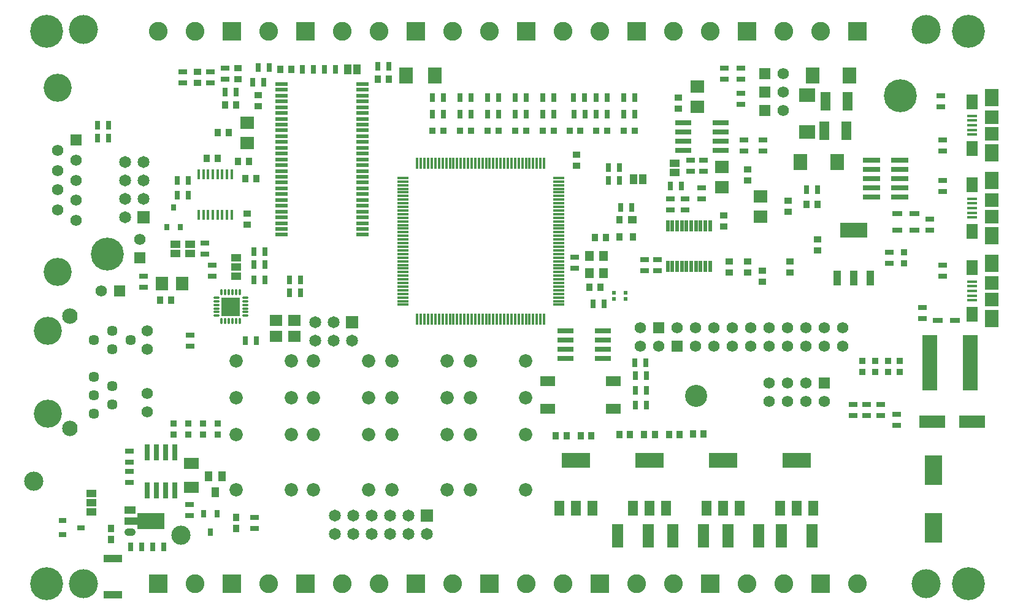
<source format=gts>
G04 (created by PCBNEW (2013-07-07 BZR 4022)-stable) date 29/09/2014 14:49:07*
%MOIN*%
G04 Gerber Fmt 3.4, Leading zero omitted, Abs format*
%FSLAX34Y34*%
G01*
G70*
G90*
G04 APERTURE LIST*
%ADD10C,0.00590551*%
%ADD11R,0.1004X0.1004*%
%ADD12O,0.0118X0.0335*%
%ADD13O,0.0335X0.0118*%
%ADD14R,0.017X0.052*%
%ADD15R,0.0185X0.0599*%
%ADD16R,0.065X0.019*%
%ADD17R,0.0197165X0.0197165*%
%ADD18R,0.0257X0.0375*%
%ADD19R,0.146X0.082*%
%ADD20R,0.042X0.082*%
%ADD21R,0.0492X0.0414*%
%ADD22R,0.0335X0.0414*%
%ADD23R,0.0551X0.0276*%
%ADD24R,0.052X0.102*%
%ADD25R,0.047X0.027*%
%ADD26R,0.027X0.047*%
%ADD27R,0.0846772X0.0571181*%
%ADD28R,0.065X0.065*%
%ADD29C,0.065*%
%ADD30R,0.062X0.062*%
%ADD31C,0.062*%
%ADD32R,0.0611X0.012*%
%ADD33R,0.012X0.0611*%
%ADD34R,0.0334X0.0334*%
%ADD35R,0.052X0.04*%
%ADD36R,0.04X0.052*%
%ADD37C,0.0728*%
%ADD38R,0.0492441X0.0571181*%
%ADD39R,0.0729X0.0886*%
%ADD40R,0.0374X0.0414*%
%ADD41R,0.0414X0.0374*%
%ADD42R,0.102X0.102*%
%ADD43C,0.102*%
%ADD44C,0.104362*%
%ADD45R,0.0689291X0.0610551*%
%ADD46R,0.0886X0.0256*%
%ADD47R,0.1437X0.065*%
%ADD48R,0.0414X0.0296*%
%ADD49R,0.0296X0.0414*%
%ADD50R,0.0335X0.04*%
%ADD51R,0.0256X0.0886*%
%ADD52R,0.061X0.0413*%
%ADD53R,0.0807X0.0413*%
%ADD54R,0.1476X0.0886*%
%ADD55O,0.061X0.0413*%
%ADD56R,0.0413X0.0571*%
%ADD57R,0.100425X0.0413701*%
%ADD58C,0.179165*%
%ADD59R,0.0964882X0.0315276*%
%ADD60R,0.0964882X0.0311339*%
%ADD61C,0.15748*%
%ADD62R,0.0551X0.0177*%
%ADD63R,0.0611X0.0847*%
%ADD64R,0.0768X0.0965*%
%ADD65R,0.0768X0.0729*%
%ADD66C,0.152*%
%ADD67R,0.0807X0.3012*%
%ADD68C,0.12011*%
%ADD69R,0.073X0.065*%
%ADD70R,0.065X0.073*%
%ADD71R,0.0610551X0.127984*%
%ADD72R,0.0965X0.1595*%
%ADD73R,0.0728X0.0886*%
%ADD74R,0.0886X0.0728*%
%ADD75R,0.082X0.062*%
%ADD76C,0.057*%
%ADD77C,0.084*%
%ADD78R,0.152X0.082*%
%ADD79R,0.057X0.082*%
G04 APERTURE END LIST*
G54D10*
G54D11*
X18237Y-22350D03*
G54D12*
X17745Y-23137D03*
X17942Y-23137D03*
X18139Y-23137D03*
X18335Y-23137D03*
X18532Y-23137D03*
X18729Y-23137D03*
G54D13*
X19024Y-22842D03*
X19024Y-22645D03*
X19024Y-22448D03*
X19024Y-22252D03*
X19024Y-22055D03*
X19024Y-21858D03*
G54D12*
X18729Y-21563D03*
X18532Y-21563D03*
X18335Y-21563D03*
X18139Y-21563D03*
X17942Y-21563D03*
X17745Y-21563D03*
G54D13*
X17450Y-21858D03*
X17450Y-22055D03*
X17450Y-22252D03*
X17450Y-22448D03*
X17450Y-22645D03*
X17450Y-22842D03*
G54D14*
X18283Y-15148D03*
X18027Y-15148D03*
X17771Y-15148D03*
X17515Y-15148D03*
X17259Y-15148D03*
X17003Y-15148D03*
X16747Y-15148D03*
X16491Y-15148D03*
X16491Y-17352D03*
X16747Y-17352D03*
X17003Y-17352D03*
X17259Y-17352D03*
X17515Y-17352D03*
X17771Y-17352D03*
X18027Y-17352D03*
X18283Y-17352D03*
G54D15*
X43265Y-17948D03*
X43009Y-17948D03*
X42753Y-17948D03*
X42497Y-17948D03*
X44029Y-20150D03*
X44033Y-17948D03*
X43777Y-17948D03*
X43521Y-17948D03*
X42241Y-20152D03*
X42497Y-20152D03*
X42753Y-20152D03*
X43009Y-20152D03*
X43265Y-20152D03*
X43521Y-20152D03*
X42241Y-17948D03*
X43777Y-20150D03*
X44289Y-17948D03*
X41985Y-17948D03*
X41985Y-20152D03*
X44289Y-20152D03*
G54D16*
X20982Y-10257D03*
X20982Y-10572D03*
X20982Y-10887D03*
X20982Y-11202D03*
X20982Y-11517D03*
X20982Y-11832D03*
X20982Y-12147D03*
X20982Y-12462D03*
X20982Y-12777D03*
X20982Y-13092D03*
X20982Y-13407D03*
X20982Y-13722D03*
X20982Y-14037D03*
X20982Y-14350D03*
X20982Y-14665D03*
X20982Y-14980D03*
X20982Y-15295D03*
X20982Y-15610D03*
X20982Y-15925D03*
X20982Y-16240D03*
X20982Y-16555D03*
X20982Y-16870D03*
X20982Y-17185D03*
X20982Y-17500D03*
X20982Y-17815D03*
X20982Y-18130D03*
X20982Y-18445D03*
X25390Y-18445D03*
X25390Y-18130D03*
X25390Y-17815D03*
X25390Y-17500D03*
X25390Y-17185D03*
X25390Y-16870D03*
X25390Y-16555D03*
X25390Y-16240D03*
X25390Y-15925D03*
X25390Y-15610D03*
X25390Y-15295D03*
X25390Y-14980D03*
X25390Y-14665D03*
X25390Y-14350D03*
X25390Y-14037D03*
X25390Y-13722D03*
X25390Y-13407D03*
X25390Y-13092D03*
X25390Y-12777D03*
X25390Y-12462D03*
X25390Y-12147D03*
X25390Y-11832D03*
X25390Y-11517D03*
X25390Y-11202D03*
X25390Y-10887D03*
X25390Y-10572D03*
X25390Y-10257D03*
G54D17*
X39687Y-21600D03*
X39057Y-21600D03*
X39057Y-21934D03*
X39687Y-21934D03*
G54D18*
X14764Y-18032D03*
X15512Y-18032D03*
X15137Y-16970D03*
G54D19*
X52087Y-18200D03*
G54D20*
X52087Y-20800D03*
X52987Y-20800D03*
X51187Y-20800D03*
G54D21*
X40052Y-17628D03*
G54D22*
X39363Y-18572D03*
X39363Y-17628D03*
X40111Y-18572D03*
G54D23*
X57609Y-23100D03*
X56665Y-23100D03*
X55409Y-18200D03*
X54465Y-18200D03*
X55409Y-17300D03*
X54465Y-17300D03*
G54D24*
X50500Y-12800D03*
X51700Y-12800D03*
X50550Y-11200D03*
X51750Y-11200D03*
G54D25*
X45950Y-10750D03*
X45950Y-11350D03*
G54D26*
X22037Y-20900D03*
X21437Y-20900D03*
G54D25*
X45050Y-10000D03*
X45050Y-9400D03*
G54D26*
X19637Y-24200D03*
X19037Y-24200D03*
G54D25*
X46137Y-13900D03*
X46137Y-13300D03*
X53550Y-27650D03*
X53550Y-28250D03*
G54D26*
X20087Y-20900D03*
X19487Y-20900D03*
G54D25*
X45950Y-10000D03*
X45950Y-9400D03*
X47150Y-13900D03*
X47150Y-13300D03*
G54D26*
X29200Y-11900D03*
X29800Y-11900D03*
G54D25*
X43937Y-15000D03*
X43937Y-14400D03*
X52050Y-27650D03*
X52050Y-28250D03*
X13500Y-21300D03*
X13500Y-20700D03*
X54437Y-28200D03*
X54437Y-28800D03*
X43237Y-14400D03*
X43237Y-15000D03*
G54D26*
X42137Y-15800D03*
X42737Y-15800D03*
G54D25*
X52800Y-27650D03*
X52800Y-28250D03*
X16837Y-18900D03*
X16837Y-19500D03*
G54D26*
X40237Y-27700D03*
X40837Y-27700D03*
X40200Y-25400D03*
X40800Y-25400D03*
X40237Y-26900D03*
X40837Y-26900D03*
X40237Y-26100D03*
X40837Y-26100D03*
G54D25*
X17937Y-10000D03*
X17937Y-9400D03*
G54D26*
X38750Y-14800D03*
X39350Y-14800D03*
G54D25*
X42137Y-16500D03*
X42137Y-17100D03*
X42937Y-16500D03*
X42937Y-17100D03*
X40737Y-19800D03*
X40737Y-20400D03*
X41437Y-19800D03*
X41437Y-20400D03*
X54037Y-20000D03*
X54037Y-19400D03*
G54D26*
X22037Y-21600D03*
X21437Y-21600D03*
G54D25*
X36937Y-19650D03*
X36937Y-20250D03*
G54D26*
X39437Y-16950D03*
X40037Y-16950D03*
X38750Y-15500D03*
X39350Y-15500D03*
X38537Y-22200D03*
X37937Y-22200D03*
G54D25*
X15637Y-9600D03*
X15637Y-10200D03*
G54D26*
X18537Y-10700D03*
X17937Y-10700D03*
X23337Y-9450D03*
X23937Y-9450D03*
G54D25*
X16037Y-23900D03*
X16037Y-24500D03*
G54D26*
X20087Y-19350D03*
X19487Y-19350D03*
G54D25*
X17237Y-20100D03*
X17237Y-20700D03*
G54D26*
X20087Y-20050D03*
X19487Y-20050D03*
X19737Y-9350D03*
X20337Y-9350D03*
G54D25*
X56937Y-16100D03*
X56937Y-15500D03*
X56237Y-17600D03*
X56237Y-18200D03*
X17137Y-9600D03*
X17137Y-10200D03*
G54D26*
X26837Y-9300D03*
X26237Y-9300D03*
G54D25*
X56937Y-20700D03*
X56937Y-20100D03*
G54D26*
X11600Y-12500D03*
X11000Y-12500D03*
X15937Y-15500D03*
X15337Y-15500D03*
G54D25*
X55837Y-22400D03*
X55837Y-23000D03*
G54D26*
X11600Y-13200D03*
X11000Y-13200D03*
X15937Y-16300D03*
X15337Y-16300D03*
G54D25*
X56937Y-13300D03*
X56937Y-13900D03*
G54D26*
X49537Y-16000D03*
X50137Y-16000D03*
G54D25*
X56837Y-10900D03*
X56837Y-11500D03*
G54D26*
X20037Y-10150D03*
X19437Y-10150D03*
G54D25*
X43837Y-15900D03*
X43837Y-16500D03*
G54D26*
X22737Y-9450D03*
X22137Y-9450D03*
G54D27*
X39037Y-26400D03*
X39037Y-27896D03*
X35454Y-27896D03*
X35454Y-26400D03*
G54D28*
X28887Y-33700D03*
G54D29*
X28887Y-34700D03*
X27887Y-33700D03*
X27887Y-34700D03*
X26887Y-33700D03*
X26887Y-34700D03*
X25887Y-33700D03*
X25887Y-34700D03*
X24887Y-33700D03*
X24887Y-34700D03*
X23887Y-33700D03*
X23887Y-34700D03*
G54D30*
X50500Y-26500D03*
G54D31*
X50500Y-27500D03*
X49500Y-26500D03*
X49500Y-27500D03*
X48500Y-26500D03*
X48500Y-27500D03*
X47500Y-26500D03*
X47500Y-27500D03*
G54D28*
X24837Y-23200D03*
G54D29*
X24837Y-24200D03*
X23837Y-23200D03*
X23837Y-24200D03*
X22837Y-23200D03*
X22837Y-24200D03*
G54D30*
X41500Y-23500D03*
G54D31*
X41500Y-24500D03*
X40500Y-23500D03*
X40500Y-24500D03*
G54D32*
X36053Y-22244D03*
X36053Y-22048D03*
X36053Y-21851D03*
X36053Y-21654D03*
X36053Y-21457D03*
X36053Y-21260D03*
X36053Y-21063D03*
X36053Y-20866D03*
X36053Y-20670D03*
X36053Y-20473D03*
X36053Y-20276D03*
X36053Y-20079D03*
X36053Y-19882D03*
X36053Y-19685D03*
X36053Y-19488D03*
X36053Y-19292D03*
X36053Y-19095D03*
X36053Y-18898D03*
X36053Y-18702D03*
X36053Y-18505D03*
X36053Y-18308D03*
X36053Y-18112D03*
X36053Y-17915D03*
X36053Y-17718D03*
X36053Y-17521D03*
X36053Y-17324D03*
X36053Y-17127D03*
X36053Y-16930D03*
X36053Y-16734D03*
X36053Y-16537D03*
X36053Y-16340D03*
X36053Y-16143D03*
X36053Y-15946D03*
X36053Y-15749D03*
X36053Y-15552D03*
X36053Y-15356D03*
G54D33*
X35265Y-14568D03*
X35069Y-14568D03*
X34872Y-14568D03*
X34675Y-14568D03*
X34478Y-14568D03*
X34281Y-14568D03*
X34084Y-14568D03*
X33887Y-14568D03*
X33691Y-14568D03*
X33494Y-14568D03*
X33297Y-14568D03*
X33100Y-14568D03*
X32903Y-14568D03*
X32706Y-14568D03*
X32509Y-14568D03*
X32313Y-14568D03*
X32116Y-14568D03*
X31919Y-14568D03*
X31723Y-14568D03*
X31526Y-14568D03*
X31329Y-14568D03*
X31133Y-14568D03*
X30936Y-14568D03*
X30739Y-14568D03*
X30542Y-14568D03*
X30345Y-14568D03*
X30148Y-14568D03*
X29951Y-14568D03*
X29755Y-14568D03*
X29558Y-14568D03*
X29361Y-14568D03*
X29164Y-14568D03*
X28967Y-14568D03*
X28770Y-14568D03*
X28573Y-14568D03*
X28377Y-14568D03*
G54D32*
X27589Y-15356D03*
X27589Y-15552D03*
X27589Y-15749D03*
X27589Y-15946D03*
X27589Y-16143D03*
X27589Y-16340D03*
X27589Y-16537D03*
X27589Y-16734D03*
X27589Y-16930D03*
X27589Y-17127D03*
X27589Y-17324D03*
X27589Y-17521D03*
X27589Y-17718D03*
X27589Y-17915D03*
X27589Y-18112D03*
X27589Y-18308D03*
X27589Y-18505D03*
X27589Y-18702D03*
X27589Y-18898D03*
X27589Y-19095D03*
X27589Y-19292D03*
X27589Y-19488D03*
X27589Y-19685D03*
X27589Y-19882D03*
X27589Y-20079D03*
X27589Y-20276D03*
X27589Y-20473D03*
X27589Y-20670D03*
X27589Y-20866D03*
X27589Y-21063D03*
X27589Y-21260D03*
X27589Y-21457D03*
X27589Y-21654D03*
X27589Y-21851D03*
X27589Y-22048D03*
X27589Y-22244D03*
G54D33*
X28377Y-23032D03*
X28573Y-23032D03*
X28770Y-23032D03*
X28967Y-23032D03*
X29164Y-23032D03*
X29361Y-23032D03*
X29558Y-23032D03*
X29755Y-23032D03*
X29951Y-23032D03*
X30148Y-23032D03*
X30345Y-23032D03*
X30542Y-23032D03*
X30739Y-23032D03*
X30936Y-23032D03*
X31133Y-23032D03*
X31329Y-23032D03*
X31526Y-23032D03*
X31723Y-23032D03*
X31919Y-23032D03*
X32116Y-23032D03*
X32313Y-23032D03*
X32509Y-23032D03*
X32706Y-23032D03*
X32903Y-23032D03*
X33100Y-23032D03*
X33297Y-23032D03*
X33494Y-23032D03*
X33691Y-23032D03*
X33887Y-23032D03*
X34084Y-23032D03*
X34281Y-23032D03*
X34478Y-23032D03*
X34675Y-23032D03*
X34872Y-23032D03*
X35069Y-23032D03*
X35265Y-23032D03*
G54D34*
X15937Y-28705D03*
X15937Y-29295D03*
X40195Y-12800D03*
X39605Y-12800D03*
X37245Y-12800D03*
X36655Y-12800D03*
X34295Y-12800D03*
X33705Y-12800D03*
X29795Y-12800D03*
X29205Y-12800D03*
X52550Y-25895D03*
X52550Y-25305D03*
X53250Y-25895D03*
X53250Y-25305D03*
X53950Y-25895D03*
X53950Y-25305D03*
X54600Y-25895D03*
X54600Y-25305D03*
X17537Y-28705D03*
X17537Y-29295D03*
X16737Y-28705D03*
X16737Y-29295D03*
X15137Y-28705D03*
X15137Y-29295D03*
X54837Y-19405D03*
X54837Y-19995D03*
G54D35*
X18537Y-20700D03*
X18537Y-20200D03*
X18537Y-19700D03*
G54D36*
X24587Y-9450D03*
X25087Y-9450D03*
G54D35*
X16037Y-19450D03*
X16037Y-18950D03*
X42375Y-15075D03*
X42375Y-14575D03*
X15237Y-19450D03*
X15237Y-18950D03*
G54D37*
X18537Y-25300D03*
X18537Y-27300D03*
X18537Y-29300D03*
X21537Y-25300D03*
X21537Y-27300D03*
X21537Y-29300D03*
X18537Y-32300D03*
X21537Y-32300D03*
X31254Y-25283D03*
X31254Y-27283D03*
X31254Y-29283D03*
X34254Y-25283D03*
X34254Y-27283D03*
X34254Y-29283D03*
X31254Y-32283D03*
X34254Y-32283D03*
X27012Y-25283D03*
X27012Y-27283D03*
X27012Y-29283D03*
X30012Y-25283D03*
X30012Y-27283D03*
X30012Y-29283D03*
X27012Y-32283D03*
X30012Y-32283D03*
X22737Y-25300D03*
X22737Y-27300D03*
X22737Y-29300D03*
X25737Y-25300D03*
X25737Y-27300D03*
X25737Y-29300D03*
X22737Y-32300D03*
X25737Y-32300D03*
G54D38*
X37737Y-19600D03*
X37737Y-20545D03*
X38485Y-19600D03*
X38485Y-20545D03*
G54D39*
X29327Y-9800D03*
X27747Y-9800D03*
G54D40*
X19633Y-15400D03*
X19041Y-15400D03*
G54D41*
X16437Y-10196D03*
X16437Y-9604D03*
X45037Y-17996D03*
X45037Y-17404D03*
X18637Y-9996D03*
X18637Y-9404D03*
X46337Y-20496D03*
X46337Y-19904D03*
X46337Y-15496D03*
X46337Y-14904D03*
X37037Y-14104D03*
X37037Y-14696D03*
X19737Y-10854D03*
X19737Y-11446D03*
G54D40*
X38633Y-18600D03*
X38041Y-18600D03*
X38333Y-21300D03*
X37741Y-21300D03*
X18133Y-12900D03*
X17541Y-12900D03*
X26833Y-10000D03*
X26241Y-10000D03*
G54D41*
X42550Y-11596D03*
X42550Y-11004D03*
G54D40*
X17533Y-14300D03*
X16941Y-14300D03*
X18641Y-14450D03*
X19233Y-14450D03*
G54D41*
X19137Y-17304D03*
X19137Y-17896D03*
G54D40*
X14996Y-22000D03*
X14404Y-22000D03*
G54D41*
X48637Y-20496D03*
X48637Y-19904D03*
G54D40*
X50133Y-16800D03*
X49541Y-16800D03*
G54D41*
X50137Y-19296D03*
X50137Y-18704D03*
X47137Y-20996D03*
X47137Y-20404D03*
G54D40*
X21533Y-9450D03*
X20941Y-9450D03*
G54D41*
X45337Y-20496D03*
X45337Y-19904D03*
G54D40*
X17941Y-11400D03*
X18533Y-11400D03*
G54D42*
X34287Y-7400D03*
G54D43*
X32287Y-7400D03*
X30287Y-7400D03*
G54D42*
X32287Y-37400D03*
G54D43*
X34287Y-37400D03*
X36287Y-37400D03*
G54D42*
X40287Y-7400D03*
G54D43*
X38287Y-7400D03*
X36287Y-7400D03*
G54D42*
X46287Y-7400D03*
G54D43*
X44287Y-7400D03*
X42287Y-7400D03*
G54D42*
X52287Y-7400D03*
G54D43*
X50287Y-7400D03*
X48287Y-7400D03*
G54D42*
X18287Y-7400D03*
G54D43*
X16287Y-7400D03*
X14287Y-7400D03*
G54D42*
X28287Y-7400D03*
G54D43*
X26287Y-7400D03*
X24287Y-7400D03*
G54D42*
X22287Y-37400D03*
G54D43*
X24287Y-37400D03*
X26287Y-37400D03*
G54D42*
X44287Y-37400D03*
G54D43*
X46287Y-37400D03*
X48287Y-37400D03*
G54D42*
X38287Y-37400D03*
G54D43*
X40287Y-37400D03*
X42287Y-37400D03*
G54D42*
X50287Y-37400D03*
G54D43*
X52287Y-37400D03*
G54D42*
X22287Y-7400D03*
G54D43*
X20287Y-7400D03*
G54D42*
X18287Y-37400D03*
G54D43*
X20287Y-37400D03*
G54D42*
X14287Y-37400D03*
G54D43*
X16287Y-37400D03*
G54D44*
X15533Y-34754D03*
X7542Y-31845D03*
G54D45*
X21687Y-23100D03*
X20687Y-23100D03*
X20687Y-23970D03*
X21687Y-23970D03*
G54D46*
X36414Y-23650D03*
X36414Y-24150D03*
X36414Y-24650D03*
X36414Y-25150D03*
X38460Y-25150D03*
X38460Y-24650D03*
X38460Y-24150D03*
X38460Y-23650D03*
G54D42*
X28287Y-37400D03*
G54D43*
X30287Y-37400D03*
G54D46*
X42814Y-12350D03*
X42814Y-12850D03*
X42814Y-13350D03*
X42814Y-13850D03*
X44860Y-13850D03*
X44860Y-13350D03*
X44860Y-12850D03*
X44860Y-12350D03*
G54D47*
X58520Y-28600D03*
X56354Y-28600D03*
G54D48*
X10100Y-34350D03*
X9100Y-34725D03*
X9100Y-33975D03*
G54D49*
X17137Y-34600D03*
X16762Y-33600D03*
X17512Y-33600D03*
G54D50*
X18537Y-34409D03*
X18537Y-33789D03*
X11737Y-35009D03*
X11737Y-34389D03*
G54D25*
X12737Y-31900D03*
X12737Y-31300D03*
X12737Y-30200D03*
X12737Y-30800D03*
X19537Y-33800D03*
X19537Y-34400D03*
X16000Y-33100D03*
X16000Y-33700D03*
G54D26*
X12800Y-35400D03*
X13400Y-35400D03*
X14600Y-35400D03*
X14000Y-35400D03*
G54D35*
X10650Y-32500D03*
X10650Y-33000D03*
X10650Y-33500D03*
G54D51*
X15187Y-30277D03*
X14687Y-30277D03*
X14187Y-30277D03*
X13687Y-30277D03*
X13687Y-32323D03*
X14187Y-32323D03*
X14687Y-32323D03*
X15187Y-32323D03*
G54D52*
X12758Y-33410D03*
G54D53*
X12858Y-34000D03*
G54D54*
X13907Y-34000D03*
G54D55*
X12758Y-34590D03*
G54D56*
X17774Y-31567D03*
X17026Y-31567D03*
X17400Y-32433D03*
G54D57*
X11837Y-36015D03*
X11837Y-37984D03*
G54D58*
X58344Y-7384D03*
X58344Y-37404D03*
X8246Y-7384D03*
X8246Y-37404D03*
G54D30*
X42500Y-24500D03*
G54D31*
X42500Y-23500D03*
X43500Y-24500D03*
X43500Y-23500D03*
X44500Y-24500D03*
X44500Y-23500D03*
X45500Y-24500D03*
X45500Y-23500D03*
X46500Y-24500D03*
X46500Y-23500D03*
X47500Y-24500D03*
X47500Y-23500D03*
X48500Y-24500D03*
X48500Y-23500D03*
X49500Y-24500D03*
X49500Y-23500D03*
X50500Y-24500D03*
X50500Y-23500D03*
X51500Y-24500D03*
X51500Y-23500D03*
G54D59*
X54605Y-16400D03*
G54D60*
X53069Y-16400D03*
G54D59*
X54605Y-15900D03*
G54D60*
X53069Y-15900D03*
X54605Y-15400D03*
X53069Y-15400D03*
X54605Y-14900D03*
G54D59*
X53069Y-14900D03*
X54605Y-14400D03*
G54D60*
X53069Y-14400D03*
G54D61*
X56037Y-37400D03*
X56037Y-7300D03*
X10237Y-7300D03*
X56037Y-7300D03*
X10237Y-7300D03*
X10237Y-37400D03*
G54D62*
X58537Y-21500D03*
X58537Y-21756D03*
X58537Y-21244D03*
X58537Y-22012D03*
X58537Y-20988D03*
G54D63*
X58537Y-22760D03*
X58537Y-20240D03*
G54D64*
X59580Y-22996D03*
X59580Y-20004D03*
G54D65*
X59580Y-21953D03*
X59580Y-21047D03*
G54D62*
X58537Y-17000D03*
X58537Y-17256D03*
X58537Y-16744D03*
X58537Y-17512D03*
X58537Y-16488D03*
G54D63*
X58537Y-18260D03*
X58537Y-15740D03*
G54D64*
X59580Y-18496D03*
X59580Y-15504D03*
G54D65*
X59580Y-17453D03*
X59580Y-16547D03*
G54D62*
X58537Y-12500D03*
X58537Y-12756D03*
X58537Y-12244D03*
X58537Y-13012D03*
X58537Y-11988D03*
G54D63*
X58537Y-13760D03*
X58537Y-11240D03*
G54D64*
X59580Y-13996D03*
X59580Y-11004D03*
G54D65*
X59580Y-12953D03*
X59580Y-12047D03*
G54D66*
X8837Y-10450D03*
X8837Y-20450D03*
G54D30*
X9837Y-13300D03*
G54D31*
X9837Y-14400D03*
X9837Y-15500D03*
X9837Y-16550D03*
X9837Y-17650D03*
X8837Y-17100D03*
X8837Y-16000D03*
X8837Y-14950D03*
X8837Y-13850D03*
G54D67*
X56235Y-25400D03*
X58439Y-25400D03*
G54D58*
X11537Y-19500D03*
X54637Y-10900D03*
G54D68*
X43537Y-27200D03*
G54D69*
X43600Y-10400D03*
X43600Y-11500D03*
G54D70*
X15587Y-21100D03*
X14487Y-21100D03*
G54D41*
X48537Y-16604D03*
X48537Y-17196D03*
G54D69*
X19137Y-13450D03*
X19137Y-12350D03*
X44937Y-15850D03*
X44937Y-14750D03*
G54D36*
X40625Y-15425D03*
X40125Y-15425D03*
G54D71*
X42273Y-34800D03*
X43926Y-34800D03*
X48173Y-34800D03*
X49826Y-34800D03*
X40926Y-34800D03*
X39273Y-34800D03*
X45273Y-34800D03*
X46926Y-34800D03*
G54D69*
X47037Y-17450D03*
X47037Y-16350D03*
G54D72*
X56437Y-34375D03*
X56437Y-31225D03*
G54D73*
X51853Y-9800D03*
X49847Y-9800D03*
G54D74*
X49550Y-10847D03*
X49550Y-12853D03*
G54D73*
X49197Y-14500D03*
X51203Y-14500D03*
G54D26*
X36900Y-11900D03*
X37500Y-11900D03*
X39600Y-11000D03*
X40200Y-11000D03*
X39600Y-11900D03*
X40200Y-11900D03*
X38100Y-11000D03*
X38700Y-11000D03*
X38100Y-11900D03*
X38700Y-11900D03*
X36850Y-11000D03*
X37450Y-11000D03*
X35200Y-11000D03*
X35800Y-11000D03*
X35200Y-11900D03*
X35800Y-11900D03*
X33700Y-11000D03*
X34300Y-11000D03*
X33700Y-11900D03*
X34300Y-11900D03*
X32200Y-11000D03*
X32800Y-11000D03*
X32200Y-11900D03*
X32800Y-11900D03*
X30700Y-11000D03*
X31300Y-11000D03*
X30700Y-11900D03*
X31300Y-11900D03*
X29200Y-11000D03*
X29800Y-11000D03*
G54D28*
X13500Y-17500D03*
G54D29*
X12500Y-17500D03*
X13500Y-16500D03*
X12500Y-16500D03*
X13500Y-15500D03*
X12500Y-15500D03*
X13500Y-14500D03*
X12500Y-14500D03*
G54D40*
X43946Y-29250D03*
X43354Y-29250D03*
X42054Y-29300D03*
X42646Y-29300D03*
X36496Y-29350D03*
X35904Y-29350D03*
X37254Y-29350D03*
X37846Y-29350D03*
X41296Y-29300D03*
X40704Y-29300D03*
X39354Y-29300D03*
X39946Y-29300D03*
G54D75*
X16100Y-32150D03*
X16100Y-30850D03*
G54D31*
X13700Y-24650D03*
G54D76*
X11800Y-23650D03*
X11800Y-24650D03*
X10800Y-24150D03*
X12800Y-24150D03*
G54D31*
X13700Y-23650D03*
G54D77*
X9500Y-28950D03*
G54D66*
X8300Y-28150D03*
G54D76*
X10800Y-28150D03*
G54D66*
X8300Y-23650D03*
G54D77*
X9500Y-22850D03*
G54D76*
X10800Y-27150D03*
X10800Y-26150D03*
X11800Y-27650D03*
X11800Y-26650D03*
G54D31*
X13700Y-28050D03*
X13700Y-27050D03*
G54D78*
X41000Y-30700D03*
G54D79*
X41000Y-33300D03*
X41900Y-33300D03*
X40100Y-33300D03*
G54D78*
X49000Y-30700D03*
G54D79*
X49000Y-33300D03*
X49900Y-33300D03*
X48100Y-33300D03*
G54D78*
X37000Y-30700D03*
G54D79*
X37000Y-33300D03*
X37900Y-33300D03*
X36100Y-33300D03*
G54D78*
X45000Y-30700D03*
G54D79*
X45000Y-33300D03*
X45900Y-33300D03*
X44100Y-33300D03*
G54D30*
X47250Y-11700D03*
G54D31*
X48250Y-11700D03*
G54D30*
X13300Y-19700D03*
G54D31*
X13300Y-18700D03*
G54D30*
X47250Y-9700D03*
G54D31*
X48250Y-9700D03*
G54D30*
X12200Y-21500D03*
G54D31*
X11200Y-21500D03*
G54D30*
X47250Y-10700D03*
G54D31*
X48250Y-10700D03*
G54D34*
X31295Y-12800D03*
X30705Y-12800D03*
X32795Y-12800D03*
X32205Y-12800D03*
X35795Y-12800D03*
X35205Y-12800D03*
X38695Y-12800D03*
X38105Y-12800D03*
M02*

</source>
